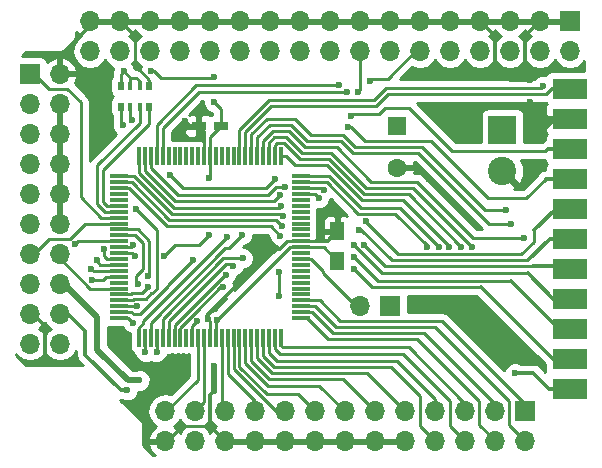
<source format=gtl>
G04 #@! TF.FileFunction,Copper,L1,Top,Signal*
%FSLAX46Y46*%
G04 Gerber Fmt 4.6, Leading zero omitted, Abs format (unit mm)*
G04 Created by KiCad (PCBNEW 4.0.6) date Mon Aug 28 16:48:00 2017*
%MOMM*%
%LPD*%
G01*
G04 APERTURE LIST*
%ADD10C,0.100000*%
%ADD11C,2.400000*%
%ADD12R,2.400000X2.400000*%
%ADD13R,3.000000X1.700000*%
%ADD14R,1.250000X1.500000*%
%ADD15R,1.200000X0.750000*%
%ADD16R,1.600000X1.600000*%
%ADD17C,1.600000*%
%ADD18R,1.700000X1.700000*%
%ADD19O,1.700000X1.700000*%
%ADD20R,1.500000X0.300000*%
%ADD21R,0.300000X1.500000*%
%ADD22R,0.500000X0.800000*%
%ADD23R,0.400000X0.800000*%
%ADD24C,0.600000*%
%ADD25C,0.325000*%
%ADD26C,0.250000*%
%ADD27C,0.400000*%
%ADD28C,0.500000*%
%ADD29C,0.254000*%
G04 APERTURE END LIST*
D10*
D11*
X172085000Y-108585000D03*
D12*
X172085000Y-105085000D03*
D13*
X177800000Y-101600000D03*
X177800000Y-104140000D03*
X177800000Y-106680000D03*
X177800000Y-109220000D03*
X177800000Y-111760000D03*
X177800000Y-114300000D03*
X177800000Y-116840000D03*
X177800000Y-119380000D03*
X177800000Y-121920000D03*
X177800000Y-124460000D03*
X177800000Y-127000000D03*
D14*
X158115000Y-116185000D03*
X158115000Y-113685000D03*
D15*
X148270000Y-104775000D03*
X146370000Y-104775000D03*
D16*
X163195000Y-104775000D03*
D17*
X163195000Y-108275000D03*
D18*
X132080000Y-100330000D03*
D19*
X134620000Y-100330000D03*
X132080000Y-102870000D03*
X134620000Y-102870000D03*
X132080000Y-105410000D03*
X134620000Y-105410000D03*
X132080000Y-107950000D03*
X134620000Y-107950000D03*
X132080000Y-110490000D03*
X134620000Y-110490000D03*
X132080000Y-113030000D03*
X134620000Y-113030000D03*
X132080000Y-115570000D03*
X134620000Y-115570000D03*
X132080000Y-118110000D03*
X134620000Y-118110000D03*
X132080000Y-120650000D03*
X134620000Y-120650000D03*
X132080000Y-123190000D03*
X134620000Y-123190000D03*
D18*
X177800000Y-95885000D03*
D19*
X177800000Y-98425000D03*
X175260000Y-95885000D03*
X175260000Y-98425000D03*
X172720000Y-95885000D03*
X172720000Y-98425000D03*
X170180000Y-95885000D03*
X170180000Y-98425000D03*
X167640000Y-95885000D03*
X167640000Y-98425000D03*
X165100000Y-95885000D03*
X165100000Y-98425000D03*
X162560000Y-95885000D03*
X162560000Y-98425000D03*
X160020000Y-95885000D03*
X160020000Y-98425000D03*
X157480000Y-95885000D03*
X157480000Y-98425000D03*
X154940000Y-95885000D03*
X154940000Y-98425000D03*
X152400000Y-95885000D03*
X152400000Y-98425000D03*
X149860000Y-95885000D03*
X149860000Y-98425000D03*
X147320000Y-95885000D03*
X147320000Y-98425000D03*
X144780000Y-95885000D03*
X144780000Y-98425000D03*
X142240000Y-95885000D03*
X142240000Y-98425000D03*
X139700000Y-95885000D03*
X139700000Y-98425000D03*
X137160000Y-95885000D03*
X137160000Y-98425000D03*
D18*
X162560000Y-120015000D03*
D19*
X160020000Y-120015000D03*
D20*
X139620000Y-109015000D03*
X139620000Y-109515000D03*
X139620000Y-110015000D03*
X139620000Y-110515000D03*
X139620000Y-111015000D03*
X139620000Y-111515000D03*
X139620000Y-112015000D03*
X139620000Y-112515000D03*
X139620000Y-113015000D03*
X139620000Y-113515000D03*
X139620000Y-114015000D03*
X139620000Y-114515000D03*
X139620000Y-115015000D03*
X139620000Y-115515000D03*
X139620000Y-116015000D03*
X139620000Y-116515000D03*
X139620000Y-117015000D03*
X139620000Y-117515000D03*
X139620000Y-118015000D03*
X139620000Y-118515000D03*
X139620000Y-119015000D03*
X139620000Y-119515000D03*
X139620000Y-120015000D03*
X139620000Y-120515000D03*
X139620000Y-121015000D03*
D21*
X141320000Y-122715000D03*
X141820000Y-122715000D03*
X142320000Y-122715000D03*
X142820000Y-122715000D03*
X143320000Y-122715000D03*
X143820000Y-122715000D03*
X144320000Y-122715000D03*
X144820000Y-122715000D03*
X145320000Y-122715000D03*
X145820000Y-122715000D03*
X146320000Y-122715000D03*
X146820000Y-122715000D03*
X147320000Y-122715000D03*
X147820000Y-122715000D03*
X148320000Y-122715000D03*
X148820000Y-122715000D03*
X149320000Y-122715000D03*
X149820000Y-122715000D03*
X150320000Y-122715000D03*
X150820000Y-122715000D03*
X151320000Y-122715000D03*
X151820000Y-122715000D03*
X152320000Y-122715000D03*
X152820000Y-122715000D03*
X153320000Y-122715000D03*
D20*
X155020000Y-121015000D03*
X155020000Y-120515000D03*
X155020000Y-120015000D03*
X155020000Y-119515000D03*
X155020000Y-119015000D03*
X155020000Y-118515000D03*
X155020000Y-118015000D03*
X155020000Y-117515000D03*
X155020000Y-117015000D03*
X155020000Y-116515000D03*
X155020000Y-116015000D03*
X155020000Y-115515000D03*
X155020000Y-115015000D03*
X155020000Y-114515000D03*
X155020000Y-114015000D03*
X155020000Y-113515000D03*
X155020000Y-113015000D03*
X155020000Y-112515000D03*
X155020000Y-112015000D03*
X155020000Y-111515000D03*
X155020000Y-111015000D03*
X155020000Y-110515000D03*
X155020000Y-110015000D03*
X155020000Y-109515000D03*
X155020000Y-109015000D03*
D21*
X153320000Y-107315000D03*
X152820000Y-107315000D03*
X152320000Y-107315000D03*
X151820000Y-107315000D03*
X151320000Y-107315000D03*
X150820000Y-107315000D03*
X150320000Y-107315000D03*
X149820000Y-107315000D03*
X149320000Y-107315000D03*
X148820000Y-107315000D03*
X148320000Y-107315000D03*
X147820000Y-107315000D03*
X147320000Y-107315000D03*
X146820000Y-107315000D03*
X146320000Y-107315000D03*
X145820000Y-107315000D03*
X145320000Y-107315000D03*
X144820000Y-107315000D03*
X144320000Y-107315000D03*
X143820000Y-107315000D03*
X143320000Y-107315000D03*
X142820000Y-107315000D03*
X142320000Y-107315000D03*
X141820000Y-107315000D03*
X141320000Y-107315000D03*
D18*
X173990000Y-128905000D03*
D19*
X173990000Y-131445000D03*
X171450000Y-128905000D03*
X171450000Y-131445000D03*
X168910000Y-128905000D03*
X168910000Y-131445000D03*
X166370000Y-128905000D03*
X166370000Y-131445000D03*
X163830000Y-128905000D03*
X163830000Y-131445000D03*
X161290000Y-128905000D03*
X161290000Y-131445000D03*
X158750000Y-128905000D03*
X158750000Y-131445000D03*
X156210000Y-128905000D03*
X156210000Y-131445000D03*
X153670000Y-128905000D03*
X153670000Y-131445000D03*
X151130000Y-128905000D03*
X151130000Y-131445000D03*
X148590000Y-128905000D03*
X148590000Y-131445000D03*
X146050000Y-128905000D03*
X146050000Y-131445000D03*
X143510000Y-128905000D03*
X143510000Y-131445000D03*
D22*
X139770000Y-103135000D03*
D23*
X141370000Y-103135000D03*
X140570000Y-103135000D03*
D22*
X142170000Y-103135000D03*
D23*
X140570000Y-101335000D03*
D22*
X139770000Y-101335000D03*
D23*
X141370000Y-101335000D03*
D22*
X142170000Y-101335000D03*
D24*
X140017500Y-100076000D03*
X147701000Y-100647500D03*
X147256500Y-113982500D03*
X140335000Y-127127000D03*
X143446500Y-115760500D03*
X142367000Y-100076000D03*
X147701000Y-102743000D03*
X147256500Y-109156500D03*
X147955000Y-121221500D03*
X140970000Y-115760500D03*
X174434500Y-100901500D03*
X174434500Y-102743000D03*
X165862000Y-109220000D03*
X175062000Y-105735000D03*
X147637500Y-127190500D03*
X164528500Y-120459500D03*
X166624000Y-120459500D03*
X133921500Y-124904500D03*
X147637500Y-125095000D03*
X145224500Y-104330500D03*
X147129500Y-121094500D03*
X140843000Y-114871500D03*
X141351000Y-126301500D03*
X173164500Y-125666500D03*
X138366500Y-115189000D03*
X137731500Y-116078000D03*
X137287000Y-116840000D03*
X137350500Y-117792500D03*
X135890000Y-114744500D03*
X142113000Y-117475000D03*
X141224000Y-118110000D03*
X172402500Y-111887000D03*
X172847000Y-113030000D03*
X173926500Y-114236500D03*
X169545000Y-114998500D03*
X168592500Y-114998500D03*
X167576500Y-114998500D03*
X166687500Y-114998500D03*
X165671500Y-114998500D03*
X158940500Y-101854000D03*
X159258000Y-103886000D03*
X159004000Y-104838500D03*
X158242000Y-101282500D03*
X160528000Y-112839500D03*
X153670000Y-109918500D03*
X159956500Y-113538000D03*
X153225500Y-110617000D03*
X160401000Y-114871500D03*
X153352500Y-111569500D03*
X159512000Y-114871500D03*
X153543000Y-112395000D03*
X159512000Y-115824000D03*
X153416000Y-113220500D03*
X159512000Y-116840000D03*
X153289000Y-114046000D03*
X175514000Y-101346000D03*
X148463000Y-118427500D03*
X148653500Y-117348000D03*
X149288500Y-116586000D03*
X160909000Y-100965000D03*
X156527500Y-110871000D03*
X150114000Y-115951000D03*
X159829500Y-101854000D03*
X156972000Y-110172500D03*
X142811500Y-123888500D03*
X150050500Y-113982500D03*
X141859000Y-123888500D03*
X148780500Y-114173000D03*
X140779500Y-121412000D03*
X145923000Y-116078000D03*
X141160500Y-120015000D03*
X141033500Y-111823500D03*
X142113000Y-118364000D03*
X152844500Y-109220000D03*
X140716000Y-104267000D03*
X143954500Y-108902500D03*
X153162000Y-117094000D03*
X153162000Y-119126000D03*
X139954000Y-104711500D03*
X146240500Y-121285000D03*
D25*
X140335000Y-127127000D02*
X139763500Y-127127000D01*
X139763500Y-127127000D02*
X136779000Y-124142500D01*
X136779000Y-124142500D02*
X136779000Y-122110500D01*
X136779000Y-122110500D02*
X135318500Y-120650000D01*
X135318500Y-120650000D02*
X134620000Y-120650000D01*
D26*
X140017500Y-100076000D02*
X140017500Y-100139500D01*
X140017500Y-100139500D02*
X140589000Y-100711000D01*
X140017500Y-100076000D02*
X139770000Y-100323500D01*
X139770000Y-100323500D02*
X139770000Y-101335000D01*
X147701000Y-100647500D02*
X147637500Y-100711000D01*
X147637500Y-100711000D02*
X143192500Y-100711000D01*
X143192500Y-100711000D02*
X142557500Y-100076000D01*
X142557500Y-100076000D02*
X142367000Y-100076000D01*
X147256500Y-113982500D02*
X146431000Y-114808000D01*
X146431000Y-114808000D02*
X144399000Y-114808000D01*
X144399000Y-114808000D02*
X143446500Y-115760500D01*
X140589000Y-100711000D02*
X141097000Y-100711000D01*
X141097000Y-100711000D02*
X141370000Y-100984000D01*
X141370000Y-100984000D02*
X141370000Y-101335000D01*
X140570000Y-101335000D02*
X140570000Y-100730000D01*
X140570000Y-100730000D02*
X140589000Y-100711000D01*
X148270000Y-104775000D02*
X148270000Y-103312000D01*
X148270000Y-103312000D02*
X147701000Y-102743000D01*
X147256500Y-109156500D02*
X147320000Y-109093000D01*
X147320000Y-109093000D02*
X147320000Y-107315000D01*
X154098000Y-115015000D02*
X147955000Y-121158000D01*
X147955000Y-121158000D02*
X147955000Y-121221500D01*
X155020000Y-115015000D02*
X154098000Y-115015000D01*
X147820000Y-122715000D02*
X147820000Y-121356500D01*
X147820000Y-121356500D02*
X147955000Y-121221500D01*
X147320000Y-107315000D02*
X147320000Y-105725000D01*
X147320000Y-105725000D02*
X148270000Y-104775000D01*
X139620000Y-115515000D02*
X140724500Y-115515000D01*
X140724500Y-115515000D02*
X140970000Y-115760500D01*
X155020000Y-115015000D02*
X156945000Y-115015000D01*
X156945000Y-115015000D02*
X158115000Y-116185000D01*
X146820000Y-106100500D02*
X146820000Y-107315000D01*
D25*
X146820000Y-105225000D02*
X146820000Y-106100500D01*
D26*
X156298000Y-114515000D02*
X155020000Y-114515000D01*
D25*
X157285000Y-114515000D02*
X156298000Y-114515000D01*
X146820000Y-105225000D02*
X146370000Y-104775000D01*
X157285000Y-114515000D02*
X158115000Y-113685000D01*
D27*
X176403000Y-104140000D02*
X175958500Y-104584500D01*
X175958500Y-104584500D02*
X175062000Y-105481000D01*
D28*
X174434500Y-103060500D02*
X175958500Y-104584500D01*
X174434500Y-102743000D02*
X174434500Y-103060500D01*
D25*
X171450000Y-99631500D02*
X171450000Y-97155000D01*
X171450000Y-97155000D02*
X170180000Y-95885000D01*
X172720000Y-100901500D02*
X171450000Y-99631500D01*
X174434500Y-100901500D02*
X172720000Y-100901500D01*
X174434500Y-100901500D02*
X174434500Y-99695000D01*
X174434500Y-99695000D02*
X173990000Y-99250500D01*
X173990000Y-97155000D02*
X175260000Y-95885000D01*
X173990000Y-99250500D02*
X173990000Y-97155000D01*
X177800000Y-104140000D02*
X175831500Y-104140000D01*
D27*
X177800000Y-104140000D02*
X176403000Y-104140000D01*
X175062000Y-105481000D02*
X175062000Y-105735000D01*
D25*
X147129500Y-121094500D02*
X147129500Y-120713500D01*
X147129500Y-120713500D02*
X148590000Y-119253000D01*
X148590000Y-119253000D02*
X152654000Y-115189000D01*
X134620000Y-98869500D02*
X137160000Y-96329500D01*
X137160000Y-96329500D02*
X137160000Y-95885000D01*
X134620000Y-100330000D02*
X134620000Y-98869500D01*
X147320000Y-130175000D02*
X147320000Y-127508000D01*
X147320000Y-127508000D02*
X147637500Y-127190500D01*
D28*
X165862000Y-109220000D02*
X164917000Y-108275000D01*
X164917000Y-108275000D02*
X163195000Y-108275000D01*
D26*
X142170000Y-101335000D02*
X142170000Y-100831500D01*
X142170000Y-100831500D02*
X140970000Y-99631500D01*
X140970000Y-99631500D02*
X140970000Y-97155000D01*
X140970000Y-97155000D02*
X139700000Y-95885000D01*
D28*
X147637500Y-125095000D02*
X147637500Y-127190500D01*
D25*
X166624000Y-120459500D02*
X164528500Y-120459500D01*
X133350000Y-121666000D02*
X133350000Y-124333000D01*
X133350000Y-124333000D02*
X133921500Y-124904500D01*
X132334000Y-120650000D02*
X133350000Y-121666000D01*
X132080000Y-120650000D02*
X132334000Y-120650000D01*
D26*
X146370000Y-104775000D02*
X145669000Y-104775000D01*
X145669000Y-104775000D02*
X145224500Y-104330500D01*
X153162000Y-115189000D02*
X153836000Y-114515000D01*
X153836000Y-114515000D02*
X155020000Y-114515000D01*
X152654000Y-115189000D02*
X153162000Y-115189000D01*
X161290000Y-131445000D02*
X163830000Y-131445000D01*
X158750000Y-131445000D02*
X161290000Y-131445000D01*
X156210000Y-131445000D02*
X158750000Y-131445000D01*
X153670000Y-131445000D02*
X156210000Y-131445000D01*
X151130000Y-131445000D02*
X153670000Y-131445000D01*
X148590000Y-131445000D02*
X151130000Y-131445000D01*
X144970500Y-130175000D02*
X147320000Y-130175000D01*
X147320000Y-130175000D02*
X148590000Y-131445000D01*
X143700500Y-131445000D02*
X144970500Y-130175000D01*
X143510000Y-131445000D02*
X143700500Y-131445000D01*
X147320000Y-122715000D02*
X147320000Y-121285000D01*
X147320000Y-121285000D02*
X147129500Y-121094500D01*
D28*
X134620000Y-105410000D02*
X134620000Y-102870000D01*
X134620000Y-107950000D02*
X134620000Y-105410000D01*
X134620000Y-110490000D02*
X134620000Y-107950000D01*
X134620000Y-113030000D02*
X134620000Y-110490000D01*
D26*
X139620000Y-115015000D02*
X140699500Y-115015000D01*
X140699500Y-115015000D02*
X140843000Y-114871500D01*
D25*
X173164500Y-125666500D02*
X174688500Y-125666500D01*
X176022000Y-127000000D02*
X177800000Y-127000000D01*
X174688500Y-125666500D02*
X176022000Y-127000000D01*
D28*
X141351000Y-126301500D02*
X140398500Y-126301500D01*
X140398500Y-126301500D02*
X137795000Y-123698000D01*
X137795000Y-123698000D02*
X137795000Y-120967500D01*
X137795000Y-120967500D02*
X134937500Y-118110000D01*
X134937500Y-118110000D02*
X134620000Y-118110000D01*
D25*
X176403000Y-127000000D02*
X177800000Y-127000000D01*
D26*
X132080000Y-100330000D02*
X132397500Y-100330000D01*
X132397500Y-100330000D02*
X133667500Y-101600000D01*
X133667500Y-101600000D02*
X135255000Y-101600000D01*
X135255000Y-101600000D02*
X136398000Y-102743000D01*
X136398000Y-102743000D02*
X136398000Y-110807500D01*
X136398000Y-110807500D02*
X138105500Y-112515000D01*
X138105500Y-112515000D02*
X139620000Y-112515000D01*
X138621000Y-116015000D02*
X138366500Y-115760500D01*
X138366500Y-115760500D02*
X138366500Y-115189000D01*
X139620000Y-116015000D02*
X138621000Y-116015000D01*
X137731500Y-116205000D02*
X138041500Y-116515000D01*
X138041500Y-116515000D02*
X139620000Y-116515000D01*
X137731500Y-116078000D02*
X137731500Y-116205000D01*
X137287000Y-116840000D02*
X137462000Y-117015000D01*
X137462000Y-117015000D02*
X139620000Y-117015000D01*
X137350500Y-117792500D02*
X138239500Y-117792500D01*
X138239500Y-117792500D02*
X138517000Y-117515000D01*
X138517000Y-117515000D02*
X139620000Y-117515000D01*
X135890000Y-114744500D02*
X136119500Y-114515000D01*
X136119500Y-114515000D02*
X139620000Y-114515000D01*
X132080000Y-115570000D02*
X132461000Y-115570000D01*
X132461000Y-115570000D02*
X133731000Y-114300000D01*
X133731000Y-114300000D02*
X135445500Y-114300000D01*
X135445500Y-114300000D02*
X136730500Y-113015000D01*
X136730500Y-113015000D02*
X139620000Y-113015000D01*
X139620000Y-118515000D02*
X137184000Y-118515000D01*
X137184000Y-118515000D02*
X134620000Y-115951000D01*
X134620000Y-115951000D02*
X134620000Y-115570000D01*
X142113000Y-117475000D02*
X142176500Y-117411500D01*
X142176500Y-117411500D02*
X142176500Y-114490500D01*
X142176500Y-114490500D02*
X141201000Y-113515000D01*
X141201000Y-113515000D02*
X139620000Y-113515000D01*
X141224000Y-118110000D02*
X141097000Y-117983000D01*
X141097000Y-117983000D02*
X141097000Y-117475000D01*
X141097000Y-117475000D02*
X141668500Y-116903500D01*
X141668500Y-116903500D02*
X141668500Y-114681000D01*
X141668500Y-114681000D02*
X141002500Y-114015000D01*
X141002500Y-114015000D02*
X139620000Y-114015000D01*
X172402500Y-111887000D02*
X170624500Y-111887000D01*
X170624500Y-111887000D02*
X165290500Y-106553000D01*
X165290500Y-106553000D02*
X159639000Y-106553000D01*
X159639000Y-106553000D02*
X158623000Y-105537000D01*
X158623000Y-105537000D02*
X155892500Y-105537000D01*
X155892500Y-105537000D02*
X154495500Y-104140000D01*
X154495500Y-104140000D02*
X152146000Y-104140000D01*
X152146000Y-104140000D02*
X150820000Y-105466000D01*
X150820000Y-105466000D02*
X150820000Y-107315000D01*
X172847000Y-113030000D02*
X170942000Y-113030000D01*
X170942000Y-113030000D02*
X164973000Y-107061000D01*
X164973000Y-107061000D02*
X159448500Y-107061000D01*
X159448500Y-107061000D02*
X158432500Y-106045000D01*
X158432500Y-106045000D02*
X155575000Y-106045000D01*
X155575000Y-106045000D02*
X154178000Y-104648000D01*
X154178000Y-104648000D02*
X152400000Y-104648000D01*
X152400000Y-104648000D02*
X151320000Y-105728000D01*
X151320000Y-105728000D02*
X151320000Y-107315000D01*
X151820000Y-107315000D02*
X151820000Y-105990000D01*
X151820000Y-105990000D02*
X152654000Y-105156000D01*
X152654000Y-105156000D02*
X153987500Y-105156000D01*
X153987500Y-105156000D02*
X155384500Y-106553000D01*
X155384500Y-106553000D02*
X158051500Y-106553000D01*
X158051500Y-106553000D02*
X160972500Y-109474000D01*
X160972500Y-109474000D02*
X164846000Y-109474000D01*
X164846000Y-109474000D02*
X169608500Y-114236500D01*
X169608500Y-114236500D02*
X173926500Y-114236500D01*
X164528500Y-109982000D02*
X160528000Y-109982000D01*
X169545000Y-114998500D02*
X164528500Y-109982000D01*
X160528000Y-109982000D02*
X157607000Y-107061000D01*
X152781000Y-105727500D02*
X152320000Y-106188500D01*
X157607000Y-107061000D02*
X155130500Y-107061000D01*
X155130500Y-107061000D02*
X153797000Y-105727500D01*
X152320000Y-106188500D02*
X152320000Y-107315000D01*
X153797000Y-105727500D02*
X152781000Y-105727500D01*
X152820000Y-106387000D02*
X152820000Y-107315000D01*
X168592500Y-114998500D02*
X164147500Y-110553500D01*
X164147500Y-110553500D02*
X160401000Y-110553500D01*
X160401000Y-110553500D02*
X157416500Y-107569000D01*
X157416500Y-107569000D02*
X154940000Y-107569000D01*
X154940000Y-107569000D02*
X153606500Y-106235500D01*
X153606500Y-106235500D02*
X152971500Y-106235500D01*
X152971500Y-106235500D02*
X152820000Y-106387000D01*
X167576500Y-114998500D02*
X167576500Y-114935000D01*
X167576500Y-114935000D02*
X163703000Y-111061500D01*
X163703000Y-111061500D02*
X160210500Y-111061500D01*
X160210500Y-111061500D02*
X157226000Y-108077000D01*
X154495500Y-108077000D02*
X153733500Y-107315000D01*
X157226000Y-108077000D02*
X154495500Y-108077000D01*
X153733500Y-107315000D02*
X153320000Y-107315000D01*
X166687500Y-114998500D02*
X163385500Y-111696500D01*
X163385500Y-111696500D02*
X160083500Y-111696500D01*
X160083500Y-111696500D02*
X157402000Y-109015000D01*
X157402000Y-109015000D02*
X155020000Y-109015000D01*
X165671500Y-114998500D02*
X165671500Y-114871500D01*
X165671500Y-114871500D02*
X163004500Y-112204500D01*
X163004500Y-112204500D02*
X159893000Y-112204500D01*
X159893000Y-112204500D02*
X157203500Y-109515000D01*
X157203500Y-109515000D02*
X156613500Y-109515000D01*
X156613500Y-109515000D02*
X155020000Y-109515000D01*
X158940500Y-101854000D02*
X158877000Y-101917500D01*
X158877000Y-101917500D02*
X146367500Y-101917500D01*
X146367500Y-101917500D02*
X143319500Y-104965500D01*
X143319500Y-104965500D02*
X143319500Y-106044000D01*
X143319500Y-106044000D02*
X143320000Y-106044500D01*
X143320000Y-106044500D02*
X143320000Y-107315000D01*
X159258000Y-103886000D02*
X159385000Y-103759000D01*
X159385000Y-103759000D02*
X161607500Y-103759000D01*
X167830500Y-106870500D02*
X175768000Y-106870500D01*
X161607500Y-103759000D02*
X162115500Y-103251000D01*
X164211000Y-103251000D02*
X167830500Y-106870500D01*
X162115500Y-103251000D02*
X164211000Y-103251000D01*
D25*
X175768000Y-106870500D02*
X175958500Y-106680000D01*
X175958500Y-106680000D02*
X177800000Y-106680000D01*
D26*
X159004000Y-104838500D02*
X159258000Y-104838500D01*
X159258000Y-104838500D02*
X160464500Y-106045000D01*
X160464500Y-106045000D02*
X166052500Y-106045000D01*
X166052500Y-106045000D02*
X170878500Y-110871000D01*
X170878500Y-110871000D02*
X174117000Y-110871000D01*
X174117000Y-110871000D02*
X175768000Y-109220000D01*
D25*
X175768000Y-109220000D02*
X177800000Y-109220000D01*
D26*
X158242000Y-101282500D02*
X146177000Y-101282500D01*
X146177000Y-101282500D02*
X142820000Y-104639500D01*
X142820000Y-104639500D02*
X142820000Y-107315000D01*
X160528000Y-112839500D02*
X160528000Y-112903000D01*
X160528000Y-112903000D02*
X163258500Y-115633500D01*
X163258500Y-115633500D02*
X173672500Y-115633500D01*
X174752000Y-114554000D02*
X174752000Y-113601500D01*
X173672500Y-115633500D02*
X174752000Y-114554000D01*
D25*
X174752000Y-113601500D02*
X176593500Y-111760000D01*
D26*
X176593500Y-111760000D02*
X177800000Y-111760000D01*
X177101500Y-112458500D02*
X177800000Y-111760000D01*
X142320000Y-107315000D02*
X142320000Y-108347500D01*
X142320000Y-108347500D02*
X144589500Y-110617000D01*
X144589500Y-110617000D02*
X152209500Y-110617000D01*
X152209500Y-110617000D02*
X152908000Y-109918500D01*
X152908000Y-109918500D02*
X153670000Y-109918500D01*
X159956500Y-113538000D02*
X160147000Y-113538000D01*
X160147000Y-113538000D02*
X162750500Y-116141500D01*
X162750500Y-116141500D02*
X174244000Y-116141500D01*
D25*
X174244000Y-116141500D02*
X176085500Y-114300000D01*
X176085500Y-114300000D02*
X177800000Y-114300000D01*
D26*
X141820000Y-107315000D02*
X141820000Y-108546000D01*
X141820000Y-108546000D02*
X144399000Y-111125000D01*
X144399000Y-111125000D02*
X152717500Y-111125000D01*
X152717500Y-111125000D02*
X153225500Y-110617000D01*
D25*
X174688500Y-116649500D02*
X177609500Y-116649500D01*
D26*
X162179000Y-116649500D02*
X174688500Y-116649500D01*
X160401000Y-114871500D02*
X162179000Y-116649500D01*
X177609500Y-116649500D02*
X177800000Y-116840000D01*
X141320000Y-107315000D02*
X141320000Y-108744500D01*
X141320000Y-108744500D02*
X144272000Y-111696500D01*
X144272000Y-111696500D02*
X153225500Y-111696500D01*
X153225500Y-111696500D02*
X153352500Y-111569500D01*
X159512000Y-114871500D02*
X161861500Y-117221000D01*
X161861500Y-117221000D02*
X174244000Y-117221000D01*
D25*
X174244000Y-117221000D02*
X176403000Y-119380000D01*
D26*
X176403000Y-119380000D02*
X177800000Y-119380000D01*
X139620000Y-109015000D02*
X140892000Y-109015000D01*
X140892000Y-109015000D02*
X144081500Y-112204500D01*
X144081500Y-112204500D02*
X153352500Y-112204500D01*
X153352500Y-112204500D02*
X153543000Y-112395000D01*
X159512000Y-115824000D02*
X161544000Y-117856000D01*
X161544000Y-117856000D02*
X172783500Y-117856000D01*
D25*
X172783500Y-117856000D02*
X176847500Y-121920000D01*
D26*
X176847500Y-121920000D02*
X177800000Y-121920000D01*
X139620000Y-109515000D02*
X140693500Y-109515000D01*
X140693500Y-109515000D02*
X143891000Y-112712500D01*
X143891000Y-112712500D02*
X152908000Y-112712500D01*
X152908000Y-112712500D02*
X153416000Y-113220500D01*
X159512000Y-116840000D02*
X161036000Y-118364000D01*
X161036000Y-118364000D02*
X170243500Y-118364000D01*
D25*
X170243500Y-118364000D02*
X176339500Y-124460000D01*
D26*
X176339500Y-124460000D02*
X177800000Y-124460000D01*
X139620000Y-110015000D02*
X140495000Y-110015000D01*
X152463500Y-113220500D02*
X153289000Y-114046000D01*
X140495000Y-110015000D02*
X143700500Y-113220500D01*
X143700500Y-113220500D02*
X152463500Y-113220500D01*
X150320000Y-107315000D02*
X150320000Y-105267500D01*
X150320000Y-105267500D02*
X152527000Y-103060500D01*
X152527000Y-103060500D02*
X161417000Y-103060500D01*
X162433000Y-102044500D02*
X175831500Y-102044500D01*
X161417000Y-103060500D02*
X162433000Y-102044500D01*
D25*
X175831500Y-102044500D02*
X176276000Y-101600000D01*
D26*
X176276000Y-101600000D02*
X177800000Y-101600000D01*
X175514000Y-101346000D02*
X175323500Y-101536500D01*
X175323500Y-101536500D02*
X162242500Y-101536500D01*
X162242500Y-101536500D02*
X161226500Y-102552500D01*
X161226500Y-102552500D02*
X152336500Y-102552500D01*
X152336500Y-102552500D02*
X149820000Y-105069000D01*
X149820000Y-105069000D02*
X149820000Y-107315000D01*
X148463000Y-118427500D02*
X148209000Y-118427500D01*
X148209000Y-118427500D02*
X146240500Y-120396000D01*
X144820000Y-122715000D02*
X144820000Y-121816500D01*
X144820000Y-121816500D02*
X146240500Y-120396000D01*
X148653500Y-117348000D02*
X148590000Y-117348000D01*
X148590000Y-117348000D02*
X146113500Y-119824500D01*
X144320000Y-122715000D02*
X144320000Y-121618000D01*
X144320000Y-121618000D02*
X146113500Y-119824500D01*
X143820000Y-121292500D02*
X143820000Y-122715000D01*
X149288500Y-116586000D02*
X149161500Y-116459000D01*
X149161500Y-116459000D02*
X148653500Y-116459000D01*
X148653500Y-116459000D02*
X143820000Y-121292500D01*
X160909000Y-100965000D02*
X161099500Y-100774500D01*
X161099500Y-100774500D02*
X162369500Y-100774500D01*
X162369500Y-100774500D02*
X164719000Y-98425000D01*
X164719000Y-98425000D02*
X165100000Y-98425000D01*
X156527500Y-110871000D02*
X156171500Y-110515000D01*
X156171500Y-110515000D02*
X155020000Y-110515000D01*
X150114000Y-115951000D02*
X148463000Y-115951000D01*
X148463000Y-115951000D02*
X143320000Y-121094000D01*
X143320000Y-121094000D02*
X143320000Y-121539500D01*
X143320000Y-121539500D02*
X143320000Y-122715000D01*
X159829500Y-101854000D02*
X160020000Y-101663500D01*
X160020000Y-101663500D02*
X160020000Y-98425000D01*
X156972000Y-110172500D02*
X156814500Y-110015000D01*
X156814500Y-110015000D02*
X155020000Y-110015000D01*
X142820000Y-122715000D02*
X142820000Y-123880000D01*
X142820000Y-123880000D02*
X142811500Y-123888500D01*
X150050500Y-113982500D02*
X148907500Y-115125500D01*
X148907500Y-115125500D02*
X148590000Y-115125500D01*
X148590000Y-115125500D02*
X142320000Y-121395500D01*
X142320000Y-121395500D02*
X142320000Y-122715000D01*
X141820000Y-122715000D02*
X141820000Y-123849500D01*
X141820000Y-123849500D02*
X141859000Y-123888500D01*
X148780500Y-114173000D02*
X141668500Y-121285000D01*
X141668500Y-121285000D02*
X141668500Y-121475500D01*
X141668500Y-121475500D02*
X141320000Y-121824000D01*
X141320000Y-121824000D02*
X141320000Y-122715000D01*
X140779500Y-121412000D02*
X140382500Y-121015000D01*
X140382500Y-121015000D02*
X139620000Y-121015000D01*
X145923000Y-116078000D02*
X143764000Y-118237000D01*
X143764000Y-118237000D02*
X143764000Y-118300500D01*
X143764000Y-118300500D02*
X141414500Y-120650000D01*
X141414500Y-120650000D02*
X140843000Y-120650000D01*
X140843000Y-120650000D02*
X140708000Y-120515000D01*
X140708000Y-120515000D02*
X139620000Y-120515000D01*
X139620000Y-120015000D02*
X141160500Y-120015000D01*
X141033500Y-111823500D02*
X142811500Y-113601500D01*
X142811500Y-113601500D02*
X142811500Y-118554500D01*
X142811500Y-118554500D02*
X142430500Y-118935500D01*
X140771500Y-119515000D02*
X139620000Y-119515000D01*
X142430500Y-118935500D02*
X142367000Y-118935500D01*
X142367000Y-118935500D02*
X141922500Y-119380000D01*
X141922500Y-119380000D02*
X140906500Y-119380000D01*
X140906500Y-119380000D02*
X140771500Y-119515000D01*
X139628000Y-119507000D02*
X139620000Y-119515000D01*
X140605000Y-119015000D02*
X139620000Y-119015000D01*
X140748000Y-118872000D02*
X140605000Y-119015000D01*
X142113000Y-118364000D02*
X141605000Y-118872000D01*
X141605000Y-118872000D02*
X140748000Y-118872000D01*
X173990000Y-128905000D02*
X173990000Y-128270000D01*
X173990000Y-128270000D02*
X167005000Y-121285000D01*
X167005000Y-121285000D02*
X158369000Y-121285000D01*
X158369000Y-121285000D02*
X156599000Y-119515000D01*
X156599000Y-119515000D02*
X155020000Y-119515000D01*
X165417500Y-122301000D02*
X171450000Y-128333500D01*
X171450000Y-128333500D02*
X171450000Y-128905000D01*
X157734000Y-122301000D02*
X165417500Y-122301000D01*
X155948000Y-120515000D02*
X157734000Y-122301000D01*
X155020000Y-120515000D02*
X155948000Y-120515000D01*
X168910000Y-128905000D02*
X168910000Y-128270000D01*
X168910000Y-128270000D02*
X164147500Y-123507500D01*
X164147500Y-123507500D02*
X153479500Y-123507500D01*
X153479500Y-123507500D02*
X153320000Y-123348000D01*
X153320000Y-123348000D02*
X153320000Y-122715000D01*
X152320000Y-122715000D02*
X152320000Y-123935500D01*
X152320000Y-123935500D02*
X153035000Y-124650500D01*
X153035000Y-124650500D02*
X163131500Y-124650500D01*
X163131500Y-124650500D02*
X166370000Y-127889000D01*
X166370000Y-127889000D02*
X166370000Y-128905000D01*
X151320000Y-122715000D02*
X151320000Y-124396000D01*
X151320000Y-124396000D02*
X152590500Y-125666500D01*
X152590500Y-125666500D02*
X160591500Y-125666500D01*
X160591500Y-125666500D02*
X163830000Y-128905000D01*
X150820000Y-122715000D02*
X150820000Y-124658000D01*
X150820000Y-124658000D02*
X152336500Y-126174500D01*
X152336500Y-126174500D02*
X158559500Y-126174500D01*
X158559500Y-126174500D02*
X161290000Y-128905000D01*
X150320000Y-122715000D02*
X150320000Y-124856500D01*
X150320000Y-124856500D02*
X152209500Y-126746000D01*
X152209500Y-126746000D02*
X156591000Y-126746000D01*
X156591000Y-126746000D02*
X158750000Y-128905000D01*
X149820000Y-122715000D02*
X149820000Y-125118500D01*
X149820000Y-125118500D02*
X152146000Y-127444500D01*
X152146000Y-127444500D02*
X154749500Y-127444500D01*
X154749500Y-127444500D02*
X156210000Y-128905000D01*
X149320000Y-122715000D02*
X149320000Y-125317000D01*
X149320000Y-125317000D02*
X152908000Y-128905000D01*
X152908000Y-128905000D02*
X153670000Y-128905000D01*
X151130000Y-128905000D02*
X151130000Y-128079500D01*
X151130000Y-128079500D02*
X148820000Y-125769500D01*
X148820000Y-125769500D02*
X148820000Y-122715000D01*
X148320000Y-122715000D02*
X148320000Y-128635000D01*
X148320000Y-128635000D02*
X148590000Y-128905000D01*
X146820000Y-122715000D02*
X146820000Y-128135000D01*
X146820000Y-128135000D02*
X146050000Y-128905000D01*
X143510000Y-128905000D02*
X143637000Y-128905000D01*
X143637000Y-128905000D02*
X146320000Y-126222000D01*
X146320000Y-126222000D02*
X146320000Y-122715000D01*
X172656500Y-128079500D02*
X172656500Y-130111500D01*
X172656500Y-130111500D02*
X173990000Y-131445000D01*
X166370000Y-121793000D02*
X172656500Y-128079500D01*
X157988000Y-121793000D02*
X166370000Y-121793000D01*
X156210000Y-120015000D02*
X157988000Y-121793000D01*
X155020000Y-120015000D02*
X156210000Y-120015000D01*
X171450000Y-131445000D02*
X171450000Y-131381500D01*
X171450000Y-131381500D02*
X170116500Y-130048000D01*
X170116500Y-130048000D02*
X170116500Y-128079500D01*
X170116500Y-128079500D02*
X164846000Y-122809000D01*
X164846000Y-122809000D02*
X157289500Y-122809000D01*
X157289500Y-122809000D02*
X155495500Y-121015000D01*
X155495500Y-121015000D02*
X155020000Y-121015000D01*
X152820000Y-122715000D02*
X152820000Y-123673500D01*
X152820000Y-123673500D02*
X153225500Y-124079000D01*
X153225500Y-124079000D02*
X163639500Y-124079000D01*
X163639500Y-124079000D02*
X167640000Y-128079500D01*
X167640000Y-128079500D02*
X167640000Y-130175000D01*
X167640000Y-130175000D02*
X168910000Y-131445000D01*
X151820000Y-122715000D02*
X151820000Y-124197500D01*
X151820000Y-124197500D02*
X152781000Y-125158500D01*
X152781000Y-125158500D02*
X162623500Y-125158500D01*
X162623500Y-125158500D02*
X165100000Y-127635000D01*
X165100000Y-127635000D02*
X165100000Y-130175000D01*
X165100000Y-130175000D02*
X166370000Y-131445000D01*
X140716000Y-104267000D02*
X140589000Y-104140000D01*
X140589000Y-104140000D02*
X140589000Y-103154000D01*
X140589000Y-103154000D02*
X140570000Y-103135000D01*
X152844500Y-109220000D02*
X152082500Y-109982000D01*
X152082500Y-109982000D02*
X145034000Y-109982000D01*
X145034000Y-109982000D02*
X143954500Y-108902500D01*
X153162000Y-119126000D02*
X153162000Y-117094000D01*
X160020000Y-120015000D02*
X159702500Y-120015000D01*
X159702500Y-120015000D02*
X156908500Y-117221000D01*
X156908500Y-117221000D02*
X156908500Y-117030500D01*
X156908500Y-117030500D02*
X155893000Y-116015000D01*
X155893000Y-116015000D02*
X155020000Y-116015000D01*
X139770000Y-103135000D02*
X139770000Y-104527500D01*
X139770000Y-104527500D02*
X139954000Y-104711500D01*
X145820000Y-122715000D02*
X145820000Y-121705500D01*
X145820000Y-121705500D02*
X146240500Y-121285000D01*
X139620000Y-112015000D02*
X138431000Y-112015000D01*
X138431000Y-112015000D02*
X137795000Y-111379000D01*
X137795000Y-111379000D02*
X137795000Y-108077000D01*
X137795000Y-108077000D02*
X141370000Y-104502000D01*
X141370000Y-104502000D02*
X141370000Y-103135000D01*
X138303000Y-108458000D02*
X142170000Y-104591000D01*
X142170000Y-104591000D02*
X142170000Y-103135000D01*
X138303000Y-111188500D02*
X138303000Y-108458000D01*
X138629500Y-111515000D02*
X138303000Y-111188500D01*
X139620000Y-111515000D02*
X138629500Y-111515000D01*
D29*
G36*
X138870000Y-121812440D02*
X139933287Y-121812440D01*
X139986383Y-121940943D01*
X140249173Y-122204192D01*
X140522560Y-122317713D01*
X140522560Y-123465000D01*
X140566838Y-123700317D01*
X140705910Y-123916441D01*
X140918110Y-124061431D01*
X140923848Y-124062593D01*
X140923838Y-124073667D01*
X141065883Y-124417443D01*
X141328673Y-124680692D01*
X141672201Y-124823338D01*
X142044167Y-124823662D01*
X142335543Y-124703268D01*
X142624701Y-124823338D01*
X142996667Y-124823662D01*
X143340443Y-124681617D01*
X143603692Y-124418827D01*
X143730916Y-124112440D01*
X143970000Y-124112440D01*
X144073671Y-124092933D01*
X144170000Y-124112440D01*
X144470000Y-124112440D01*
X144573671Y-124092933D01*
X144670000Y-124112440D01*
X144970000Y-124112440D01*
X145073671Y-124092933D01*
X145170000Y-124112440D01*
X145470000Y-124112440D01*
X145560000Y-124095505D01*
X145560000Y-125907198D01*
X143982337Y-127484861D01*
X143510000Y-127390907D01*
X142941715Y-127503946D01*
X142459946Y-127825853D01*
X142138039Y-128307622D01*
X142025000Y-128875907D01*
X142025000Y-128934093D01*
X142138039Y-129502378D01*
X142459946Y-129984147D01*
X142743101Y-130173345D01*
X142743076Y-130173355D01*
X142314817Y-130563642D01*
X142068514Y-131088108D01*
X142189181Y-131318000D01*
X143383000Y-131318000D01*
X143383000Y-131298000D01*
X143637000Y-131298000D01*
X143637000Y-131318000D01*
X143657000Y-131318000D01*
X143657000Y-131572000D01*
X143637000Y-131572000D01*
X143637000Y-131592000D01*
X143383000Y-131592000D01*
X143383000Y-131572000D01*
X142189181Y-131572000D01*
X142068514Y-131801892D01*
X142314817Y-132326358D01*
X142658974Y-132640000D01*
X142534092Y-132640000D01*
X141680000Y-131785908D01*
X141680000Y-130175000D01*
X141625954Y-129903295D01*
X141472046Y-129672954D01*
X139713683Y-127914591D01*
X139763500Y-127924500D01*
X139817456Y-127924500D01*
X140148201Y-128061838D01*
X140520167Y-128062162D01*
X140863943Y-127920117D01*
X141127192Y-127657327D01*
X141269838Y-127313799D01*
X141269905Y-127236430D01*
X141536167Y-127236662D01*
X141879943Y-127094617D01*
X142143192Y-126831827D01*
X142285838Y-126488299D01*
X142286162Y-126116333D01*
X142144117Y-125772557D01*
X141881327Y-125509308D01*
X141537799Y-125366662D01*
X141165833Y-125366338D01*
X141044431Y-125416500D01*
X140765079Y-125416500D01*
X138680000Y-123331420D01*
X138680000Y-121773964D01*
X138870000Y-121812440D01*
X138870000Y-121812440D01*
G37*
X138870000Y-121812440D02*
X139933287Y-121812440D01*
X139986383Y-121940943D01*
X140249173Y-122204192D01*
X140522560Y-122317713D01*
X140522560Y-123465000D01*
X140566838Y-123700317D01*
X140705910Y-123916441D01*
X140918110Y-124061431D01*
X140923848Y-124062593D01*
X140923838Y-124073667D01*
X141065883Y-124417443D01*
X141328673Y-124680692D01*
X141672201Y-124823338D01*
X142044167Y-124823662D01*
X142335543Y-124703268D01*
X142624701Y-124823338D01*
X142996667Y-124823662D01*
X143340443Y-124681617D01*
X143603692Y-124418827D01*
X143730916Y-124112440D01*
X143970000Y-124112440D01*
X144073671Y-124092933D01*
X144170000Y-124112440D01*
X144470000Y-124112440D01*
X144573671Y-124092933D01*
X144670000Y-124112440D01*
X144970000Y-124112440D01*
X145073671Y-124092933D01*
X145170000Y-124112440D01*
X145470000Y-124112440D01*
X145560000Y-124095505D01*
X145560000Y-125907198D01*
X143982337Y-127484861D01*
X143510000Y-127390907D01*
X142941715Y-127503946D01*
X142459946Y-127825853D01*
X142138039Y-128307622D01*
X142025000Y-128875907D01*
X142025000Y-128934093D01*
X142138039Y-129502378D01*
X142459946Y-129984147D01*
X142743101Y-130173345D01*
X142743076Y-130173355D01*
X142314817Y-130563642D01*
X142068514Y-131088108D01*
X142189181Y-131318000D01*
X143383000Y-131318000D01*
X143383000Y-131298000D01*
X143637000Y-131298000D01*
X143637000Y-131318000D01*
X143657000Y-131318000D01*
X143657000Y-131572000D01*
X143637000Y-131572000D01*
X143637000Y-131592000D01*
X143383000Y-131592000D01*
X143383000Y-131572000D01*
X142189181Y-131572000D01*
X142068514Y-131801892D01*
X142314817Y-132326358D01*
X142658974Y-132640000D01*
X142534092Y-132640000D01*
X141680000Y-131785908D01*
X141680000Y-130175000D01*
X141625954Y-129903295D01*
X141472046Y-129672954D01*
X139713683Y-127914591D01*
X139763500Y-127924500D01*
X139817456Y-127924500D01*
X140148201Y-128061838D01*
X140520167Y-128062162D01*
X140863943Y-127920117D01*
X141127192Y-127657327D01*
X141269838Y-127313799D01*
X141269905Y-127236430D01*
X141536167Y-127236662D01*
X141879943Y-127094617D01*
X142143192Y-126831827D01*
X142285838Y-126488299D01*
X142286162Y-126116333D01*
X142144117Y-125772557D01*
X141881327Y-125509308D01*
X141537799Y-125366662D01*
X141165833Y-125366338D01*
X141044431Y-125416500D01*
X140765079Y-125416500D01*
X138680000Y-123331420D01*
X138680000Y-121773964D01*
X138870000Y-121812440D01*
G36*
X148717000Y-131318000D02*
X151003000Y-131318000D01*
X151003000Y-131298000D01*
X151257000Y-131298000D01*
X151257000Y-131318000D01*
X153543000Y-131318000D01*
X153543000Y-131298000D01*
X153797000Y-131298000D01*
X153797000Y-131318000D01*
X156083000Y-131318000D01*
X156083000Y-131298000D01*
X156337000Y-131298000D01*
X156337000Y-131318000D01*
X158623000Y-131318000D01*
X158623000Y-131298000D01*
X158877000Y-131298000D01*
X158877000Y-131318000D01*
X161163000Y-131318000D01*
X161163000Y-131298000D01*
X161417000Y-131298000D01*
X161417000Y-131318000D01*
X163703000Y-131318000D01*
X163703000Y-131298000D01*
X163957000Y-131298000D01*
X163957000Y-131318000D01*
X163977000Y-131318000D01*
X163977000Y-131572000D01*
X163957000Y-131572000D01*
X163957000Y-131592000D01*
X163703000Y-131592000D01*
X163703000Y-131572000D01*
X161417000Y-131572000D01*
X161417000Y-131592000D01*
X161163000Y-131592000D01*
X161163000Y-131572000D01*
X158877000Y-131572000D01*
X158877000Y-131592000D01*
X158623000Y-131592000D01*
X158623000Y-131572000D01*
X156337000Y-131572000D01*
X156337000Y-131592000D01*
X156083000Y-131592000D01*
X156083000Y-131572000D01*
X153797000Y-131572000D01*
X153797000Y-131592000D01*
X153543000Y-131592000D01*
X153543000Y-131572000D01*
X151257000Y-131572000D01*
X151257000Y-131592000D01*
X151003000Y-131592000D01*
X151003000Y-131572000D01*
X148717000Y-131572000D01*
X148717000Y-131592000D01*
X148463000Y-131592000D01*
X148463000Y-131572000D01*
X148443000Y-131572000D01*
X148443000Y-131318000D01*
X148463000Y-131318000D01*
X148463000Y-131298000D01*
X148717000Y-131298000D01*
X148717000Y-131318000D01*
X148717000Y-131318000D01*
G37*
X148717000Y-131318000D02*
X151003000Y-131318000D01*
X151003000Y-131298000D01*
X151257000Y-131298000D01*
X151257000Y-131318000D01*
X153543000Y-131318000D01*
X153543000Y-131298000D01*
X153797000Y-131298000D01*
X153797000Y-131318000D01*
X156083000Y-131318000D01*
X156083000Y-131298000D01*
X156337000Y-131298000D01*
X156337000Y-131318000D01*
X158623000Y-131318000D01*
X158623000Y-131298000D01*
X158877000Y-131298000D01*
X158877000Y-131318000D01*
X161163000Y-131318000D01*
X161163000Y-131298000D01*
X161417000Y-131298000D01*
X161417000Y-131318000D01*
X163703000Y-131318000D01*
X163703000Y-131298000D01*
X163957000Y-131298000D01*
X163957000Y-131318000D01*
X163977000Y-131318000D01*
X163977000Y-131572000D01*
X163957000Y-131572000D01*
X163957000Y-131592000D01*
X163703000Y-131592000D01*
X163703000Y-131572000D01*
X161417000Y-131572000D01*
X161417000Y-131592000D01*
X161163000Y-131592000D01*
X161163000Y-131572000D01*
X158877000Y-131572000D01*
X158877000Y-131592000D01*
X158623000Y-131592000D01*
X158623000Y-131572000D01*
X156337000Y-131572000D01*
X156337000Y-131592000D01*
X156083000Y-131592000D01*
X156083000Y-131572000D01*
X153797000Y-131572000D01*
X153797000Y-131592000D01*
X153543000Y-131592000D01*
X153543000Y-131572000D01*
X151257000Y-131572000D01*
X151257000Y-131592000D01*
X151003000Y-131592000D01*
X151003000Y-131572000D01*
X148717000Y-131572000D01*
X148717000Y-131592000D01*
X148463000Y-131592000D01*
X148463000Y-131572000D01*
X148443000Y-131572000D01*
X148443000Y-131318000D01*
X148463000Y-131318000D01*
X148463000Y-131298000D01*
X148717000Y-131298000D01*
X148717000Y-131318000D01*
G36*
X144999946Y-129984147D02*
X145285578Y-130175000D01*
X144999946Y-130365853D01*
X144772298Y-130706553D01*
X144705183Y-130563642D01*
X144276924Y-130173355D01*
X144276899Y-130173345D01*
X144560054Y-129984147D01*
X144780000Y-129654974D01*
X144999946Y-129984147D01*
X144999946Y-129984147D01*
G37*
X144999946Y-129984147D02*
X145285578Y-130175000D01*
X144999946Y-130365853D01*
X144772298Y-130706553D01*
X144705183Y-130563642D01*
X144276924Y-130173355D01*
X144276899Y-130173345D01*
X144560054Y-129984147D01*
X144780000Y-129654974D01*
X144999946Y-129984147D01*
G36*
X147539946Y-129984147D02*
X147823101Y-130173345D01*
X147823076Y-130173355D01*
X147394817Y-130563642D01*
X147327702Y-130706553D01*
X147100054Y-130365853D01*
X146814422Y-130175000D01*
X147100054Y-129984147D01*
X147320000Y-129654974D01*
X147539946Y-129984147D01*
X147539946Y-129984147D01*
G37*
X147539946Y-129984147D02*
X147823101Y-130173345D01*
X147823076Y-130173355D01*
X147394817Y-130563642D01*
X147327702Y-130706553D01*
X147100054Y-130365853D01*
X146814422Y-130175000D01*
X147100054Y-129984147D01*
X147320000Y-129654974D01*
X147539946Y-129984147D01*
G36*
X175652560Y-124900896D02*
X175652560Y-125310000D01*
X175696838Y-125545317D01*
X175699879Y-125550043D01*
X175252418Y-125102582D01*
X174993690Y-124929706D01*
X174688500Y-124869000D01*
X173682044Y-124869000D01*
X173351299Y-124731662D01*
X172979333Y-124731338D01*
X172635557Y-124873383D01*
X172372308Y-125136173D01*
X172242819Y-125448017D01*
X167542401Y-120747599D01*
X167295839Y-120582852D01*
X167005000Y-120525000D01*
X164057440Y-120525000D01*
X164057440Y-119165000D01*
X164049725Y-119124000D01*
X169875664Y-119124000D01*
X175652560Y-124900896D01*
X175652560Y-124900896D01*
G37*
X175652560Y-124900896D02*
X175652560Y-125310000D01*
X175696838Y-125545317D01*
X175699879Y-125550043D01*
X175252418Y-125102582D01*
X174993690Y-124929706D01*
X174688500Y-124869000D01*
X173682044Y-124869000D01*
X173351299Y-124731662D01*
X172979333Y-124731338D01*
X172635557Y-124873383D01*
X172372308Y-125136173D01*
X172242819Y-125448017D01*
X167542401Y-120747599D01*
X167295839Y-120582852D01*
X167005000Y-120525000D01*
X164057440Y-120525000D01*
X164057440Y-119165000D01*
X164049725Y-119124000D01*
X169875664Y-119124000D01*
X175652560Y-124900896D01*
G36*
X135981500Y-124142500D02*
X136042206Y-124447690D01*
X136215082Y-124706418D01*
X136529574Y-125020910D01*
X136525000Y-125020000D01*
X131739092Y-125020000D01*
X130885000Y-124165908D01*
X130885000Y-124066667D01*
X131000853Y-124240054D01*
X131482622Y-124561961D01*
X132050907Y-124675000D01*
X132109093Y-124675000D01*
X132677378Y-124561961D01*
X133159147Y-124240054D01*
X133350000Y-123954422D01*
X133540853Y-124240054D01*
X134022622Y-124561961D01*
X134590907Y-124675000D01*
X134649093Y-124675000D01*
X135217378Y-124561961D01*
X135699147Y-124240054D01*
X135981500Y-123817482D01*
X135981500Y-124142500D01*
X135981500Y-124142500D01*
G37*
X135981500Y-124142500D02*
X136042206Y-124447690D01*
X136215082Y-124706418D01*
X136529574Y-125020910D01*
X136525000Y-125020000D01*
X131739092Y-125020000D01*
X130885000Y-124165908D01*
X130885000Y-124066667D01*
X131000853Y-124240054D01*
X131482622Y-124561961D01*
X132050907Y-124675000D01*
X132109093Y-124675000D01*
X132677378Y-124561961D01*
X133159147Y-124240054D01*
X133350000Y-123954422D01*
X133540853Y-124240054D01*
X134022622Y-124561961D01*
X134590907Y-124675000D01*
X134649093Y-124675000D01*
X135217378Y-124561961D01*
X135699147Y-124240054D01*
X135981500Y-123817482D01*
X135981500Y-124142500D01*
G36*
X133540853Y-121700054D02*
X133870026Y-121920000D01*
X133540853Y-122139946D01*
X133350000Y-122425578D01*
X133159147Y-122139946D01*
X132818447Y-121912298D01*
X132961358Y-121845183D01*
X133351645Y-121416924D01*
X133351655Y-121416899D01*
X133540853Y-121700054D01*
X133540853Y-121700054D01*
G37*
X133540853Y-121700054D02*
X133870026Y-121920000D01*
X133540853Y-122139946D01*
X133350000Y-122425578D01*
X133159147Y-122139946D01*
X132818447Y-121912298D01*
X132961358Y-121845183D01*
X133351645Y-121416924D01*
X133351655Y-121416899D01*
X133540853Y-121700054D01*
G36*
X147739205Y-120298993D02*
X147426057Y-120428383D01*
X147162808Y-120691173D01*
X147084615Y-120879482D01*
X147033617Y-120756057D01*
X146994465Y-120716837D01*
X148348901Y-119362401D01*
X148648167Y-119362662D01*
X148694807Y-119343391D01*
X147739205Y-120298993D01*
X147739205Y-120298993D01*
G37*
X147739205Y-120298993D02*
X147426057Y-120428383D01*
X147162808Y-120691173D01*
X147084615Y-120879482D01*
X147033617Y-120756057D01*
X146994465Y-120716837D01*
X148348901Y-119362401D01*
X148648167Y-119362662D01*
X148694807Y-119343391D01*
X147739205Y-120298993D01*
G36*
X132207000Y-120523000D02*
X132227000Y-120523000D01*
X132227000Y-120777000D01*
X132207000Y-120777000D01*
X132207000Y-120797000D01*
X131953000Y-120797000D01*
X131953000Y-120777000D01*
X131933000Y-120777000D01*
X131933000Y-120523000D01*
X131953000Y-120523000D01*
X131953000Y-120503000D01*
X132207000Y-120503000D01*
X132207000Y-120523000D01*
X132207000Y-120523000D01*
G37*
X132207000Y-120523000D02*
X132227000Y-120523000D01*
X132227000Y-120777000D01*
X132207000Y-120777000D01*
X132207000Y-120797000D01*
X131953000Y-120797000D01*
X131953000Y-120777000D01*
X131933000Y-120777000D01*
X131933000Y-120523000D01*
X131953000Y-120523000D01*
X131953000Y-120503000D01*
X132207000Y-120503000D01*
X132207000Y-120523000D01*
G36*
X152353878Y-114185680D02*
X152353838Y-114231167D01*
X152495883Y-114574943D01*
X152758673Y-114838192D01*
X153070517Y-114967681D01*
X149379332Y-118658866D01*
X149397838Y-118614299D01*
X149398162Y-118242333D01*
X149305559Y-118018216D01*
X149445692Y-117878327D01*
X149588338Y-117534799D01*
X149588391Y-117473759D01*
X149817443Y-117379117D01*
X150080692Y-117116327D01*
X150176310Y-116886055D01*
X150299167Y-116886162D01*
X150642943Y-116744117D01*
X150906192Y-116481327D01*
X151048838Y-116137799D01*
X151049162Y-115765833D01*
X150907117Y-115422057D01*
X150644327Y-115158808D01*
X150300799Y-115016162D01*
X150091822Y-115015980D01*
X150190180Y-114917622D01*
X150235667Y-114917662D01*
X150579443Y-114775617D01*
X150842692Y-114512827D01*
X150985338Y-114169299D01*
X150985502Y-113980500D01*
X152148698Y-113980500D01*
X152353878Y-114185680D01*
X152353878Y-114185680D01*
G37*
X152353878Y-114185680D02*
X152353838Y-114231167D01*
X152495883Y-114574943D01*
X152758673Y-114838192D01*
X153070517Y-114967681D01*
X149379332Y-118658866D01*
X149397838Y-118614299D01*
X149398162Y-118242333D01*
X149305559Y-118018216D01*
X149445692Y-117878327D01*
X149588338Y-117534799D01*
X149588391Y-117473759D01*
X149817443Y-117379117D01*
X150080692Y-117116327D01*
X150176310Y-116886055D01*
X150299167Y-116886162D01*
X150642943Y-116744117D01*
X150906192Y-116481327D01*
X151048838Y-116137799D01*
X151049162Y-115765833D01*
X150907117Y-115422057D01*
X150644327Y-115158808D01*
X150300799Y-115016162D01*
X150091822Y-115015980D01*
X150190180Y-114917622D01*
X150235667Y-114917662D01*
X150579443Y-114775617D01*
X150842692Y-114512827D01*
X150985338Y-114169299D01*
X150985502Y-113980500D01*
X152148698Y-113980500D01*
X152353878Y-114185680D01*
G36*
X158947206Y-112333508D02*
X158866310Y-112300000D01*
X158400750Y-112300000D01*
X158242000Y-112458750D01*
X158242000Y-113558000D01*
X158262000Y-113558000D01*
X158262000Y-113812000D01*
X158242000Y-113812000D01*
X158242000Y-113832000D01*
X157988000Y-113832000D01*
X157988000Y-113812000D01*
X157013750Y-113812000D01*
X156855000Y-113970750D01*
X156855000Y-114255000D01*
X156405000Y-114255000D01*
X156405000Y-114238690D01*
X156403333Y-114234665D01*
X156417440Y-114165000D01*
X156417440Y-113865000D01*
X156397933Y-113761329D01*
X156417440Y-113665000D01*
X156417440Y-113365000D01*
X156397933Y-113261329D01*
X156417440Y-113165000D01*
X156417440Y-112865000D01*
X156406845Y-112808691D01*
X156855000Y-112808691D01*
X156855000Y-113399250D01*
X157013750Y-113558000D01*
X157988000Y-113558000D01*
X157988000Y-112458750D01*
X157829250Y-112300000D01*
X157363690Y-112300000D01*
X157130301Y-112396673D01*
X156951673Y-112575302D01*
X156855000Y-112808691D01*
X156406845Y-112808691D01*
X156397933Y-112761329D01*
X156417440Y-112665000D01*
X156417440Y-112365000D01*
X156397933Y-112261329D01*
X156417440Y-112165000D01*
X156417440Y-111865000D01*
X156406319Y-111805895D01*
X156712667Y-111806162D01*
X157056443Y-111664117D01*
X157319692Y-111401327D01*
X157462338Y-111057799D01*
X157462404Y-110981541D01*
X157500943Y-110965617D01*
X157540163Y-110926465D01*
X158947206Y-112333508D01*
X158947206Y-112333508D01*
G37*
X158947206Y-112333508D02*
X158866310Y-112300000D01*
X158400750Y-112300000D01*
X158242000Y-112458750D01*
X158242000Y-113558000D01*
X158262000Y-113558000D01*
X158262000Y-113812000D01*
X158242000Y-113812000D01*
X158242000Y-113832000D01*
X157988000Y-113832000D01*
X157988000Y-113812000D01*
X157013750Y-113812000D01*
X156855000Y-113970750D01*
X156855000Y-114255000D01*
X156405000Y-114255000D01*
X156405000Y-114238690D01*
X156403333Y-114234665D01*
X156417440Y-114165000D01*
X156417440Y-113865000D01*
X156397933Y-113761329D01*
X156417440Y-113665000D01*
X156417440Y-113365000D01*
X156397933Y-113261329D01*
X156417440Y-113165000D01*
X156417440Y-112865000D01*
X156406845Y-112808691D01*
X156855000Y-112808691D01*
X156855000Y-113399250D01*
X157013750Y-113558000D01*
X157988000Y-113558000D01*
X157988000Y-112458750D01*
X157829250Y-112300000D01*
X157363690Y-112300000D01*
X157130301Y-112396673D01*
X156951673Y-112575302D01*
X156855000Y-112808691D01*
X156406845Y-112808691D01*
X156397933Y-112761329D01*
X156417440Y-112665000D01*
X156417440Y-112365000D01*
X156397933Y-112261329D01*
X156417440Y-112165000D01*
X156417440Y-111865000D01*
X156406319Y-111805895D01*
X156712667Y-111806162D01*
X157056443Y-111664117D01*
X157319692Y-111401327D01*
X157462338Y-111057799D01*
X157462404Y-110981541D01*
X157500943Y-110965617D01*
X157540163Y-110926465D01*
X158947206Y-112333508D01*
G36*
X170313698Y-113476500D02*
X169923302Y-113476500D01*
X165383401Y-108936599D01*
X165136839Y-108771852D01*
X164846000Y-108714000D01*
X164562089Y-108714000D01*
X164641965Y-108491777D01*
X164614778Y-107921546D01*
X164573130Y-107821000D01*
X164658198Y-107821000D01*
X170313698Y-113476500D01*
X170313698Y-113476500D01*
G37*
X170313698Y-113476500D02*
X169923302Y-113476500D01*
X165383401Y-108936599D01*
X165136839Y-108771852D01*
X164846000Y-108714000D01*
X164562089Y-108714000D01*
X164641965Y-108491777D01*
X164614778Y-107921546D01*
X164573130Y-107821000D01*
X164658198Y-107821000D01*
X170313698Y-113476500D01*
G36*
X134747000Y-102743000D02*
X134767000Y-102743000D01*
X134767000Y-102997000D01*
X134747000Y-102997000D01*
X134747000Y-105283000D01*
X134767000Y-105283000D01*
X134767000Y-105537000D01*
X134747000Y-105537000D01*
X134747000Y-107823000D01*
X134767000Y-107823000D01*
X134767000Y-108077000D01*
X134747000Y-108077000D01*
X134747000Y-110363000D01*
X134767000Y-110363000D01*
X134767000Y-110617000D01*
X134747000Y-110617000D01*
X134747000Y-112903000D01*
X134767000Y-112903000D01*
X134767000Y-113157000D01*
X134747000Y-113157000D01*
X134747000Y-113177000D01*
X134493000Y-113177000D01*
X134493000Y-113157000D01*
X134473000Y-113157000D01*
X134473000Y-112903000D01*
X134493000Y-112903000D01*
X134493000Y-110617000D01*
X134473000Y-110617000D01*
X134473000Y-110363000D01*
X134493000Y-110363000D01*
X134493000Y-108077000D01*
X134473000Y-108077000D01*
X134473000Y-107823000D01*
X134493000Y-107823000D01*
X134493000Y-105537000D01*
X134473000Y-105537000D01*
X134473000Y-105283000D01*
X134493000Y-105283000D01*
X134493000Y-102997000D01*
X134473000Y-102997000D01*
X134473000Y-102743000D01*
X134493000Y-102743000D01*
X134493000Y-102723000D01*
X134747000Y-102723000D01*
X134747000Y-102743000D01*
X134747000Y-102743000D01*
G37*
X134747000Y-102743000D02*
X134767000Y-102743000D01*
X134767000Y-102997000D01*
X134747000Y-102997000D01*
X134747000Y-105283000D01*
X134767000Y-105283000D01*
X134767000Y-105537000D01*
X134747000Y-105537000D01*
X134747000Y-107823000D01*
X134767000Y-107823000D01*
X134767000Y-108077000D01*
X134747000Y-108077000D01*
X134747000Y-110363000D01*
X134767000Y-110363000D01*
X134767000Y-110617000D01*
X134747000Y-110617000D01*
X134747000Y-112903000D01*
X134767000Y-112903000D01*
X134767000Y-113157000D01*
X134747000Y-113157000D01*
X134747000Y-113177000D01*
X134493000Y-113177000D01*
X134493000Y-113157000D01*
X134473000Y-113157000D01*
X134473000Y-112903000D01*
X134493000Y-112903000D01*
X134493000Y-110617000D01*
X134473000Y-110617000D01*
X134473000Y-110363000D01*
X134493000Y-110363000D01*
X134493000Y-108077000D01*
X134473000Y-108077000D01*
X134473000Y-107823000D01*
X134493000Y-107823000D01*
X134493000Y-105537000D01*
X134473000Y-105537000D01*
X134473000Y-105283000D01*
X134493000Y-105283000D01*
X134493000Y-102997000D01*
X134473000Y-102997000D01*
X134473000Y-102743000D01*
X134493000Y-102743000D01*
X134493000Y-102723000D01*
X134747000Y-102723000D01*
X134747000Y-102743000D01*
G36*
X175675048Y-107649511D02*
X175696838Y-107765317D01*
X175817015Y-107952077D01*
X175703569Y-108118110D01*
X175652560Y-108370000D01*
X175652560Y-108445462D01*
X175462810Y-108483206D01*
X175204082Y-108656082D01*
X175097290Y-108815908D01*
X173802198Y-110111000D01*
X173104604Y-110111000D01*
X173202570Y-109882175D01*
X172085000Y-108764605D01*
X172070858Y-108778748D01*
X171891253Y-108599143D01*
X171905395Y-108585000D01*
X171891253Y-108570858D01*
X172070858Y-108391253D01*
X172085000Y-108405395D01*
X172099143Y-108391253D01*
X172278748Y-108570858D01*
X172264605Y-108585000D01*
X173382175Y-109702570D01*
X173669788Y-109579435D01*
X173929707Y-108897266D01*
X173908786Y-108167557D01*
X173686330Y-107630500D01*
X175579475Y-107630500D01*
X175675048Y-107649511D01*
X175675048Y-107649511D01*
G37*
X175675048Y-107649511D02*
X175696838Y-107765317D01*
X175817015Y-107952077D01*
X175703569Y-108118110D01*
X175652560Y-108370000D01*
X175652560Y-108445462D01*
X175462810Y-108483206D01*
X175204082Y-108656082D01*
X175097290Y-108815908D01*
X173802198Y-110111000D01*
X173104604Y-110111000D01*
X173202570Y-109882175D01*
X172085000Y-108764605D01*
X172070858Y-108778748D01*
X171891253Y-108599143D01*
X171905395Y-108585000D01*
X171891253Y-108570858D01*
X172070858Y-108391253D01*
X172085000Y-108405395D01*
X172099143Y-108391253D01*
X172278748Y-108570858D01*
X172264605Y-108585000D01*
X173382175Y-109702570D01*
X173669788Y-109579435D01*
X173929707Y-108897266D01*
X173908786Y-108167557D01*
X173686330Y-107630500D01*
X175579475Y-107630500D01*
X175675048Y-107649511D01*
G36*
X163388748Y-108260858D02*
X163374605Y-108275000D01*
X163388748Y-108289142D01*
X163209143Y-108468748D01*
X163195000Y-108454605D01*
X163180858Y-108468748D01*
X163001252Y-108289142D01*
X163015395Y-108275000D01*
X163001252Y-108260858D01*
X163180858Y-108081253D01*
X163195000Y-108095395D01*
X163209143Y-108081253D01*
X163388748Y-108260858D01*
X163388748Y-108260858D01*
G37*
X163388748Y-108260858D02*
X163374605Y-108275000D01*
X163388748Y-108289142D01*
X163209143Y-108468748D01*
X163195000Y-108454605D01*
X163180858Y-108468748D01*
X163001252Y-108289142D01*
X163015395Y-108275000D01*
X163001252Y-108260858D01*
X163180858Y-108081253D01*
X163195000Y-108095395D01*
X163209143Y-108081253D01*
X163388748Y-108260858D01*
G36*
X136393076Y-97156645D02*
X136393101Y-97156655D01*
X136109946Y-97345853D01*
X135788039Y-97827622D01*
X135675000Y-98395907D01*
X135675000Y-98454093D01*
X135788039Y-99022378D01*
X136109946Y-99504147D01*
X136591715Y-99826054D01*
X137160000Y-99939093D01*
X137728285Y-99826054D01*
X138210054Y-99504147D01*
X138430000Y-99174974D01*
X138649946Y-99504147D01*
X139113842Y-99814112D01*
X139082662Y-99889201D01*
X139082556Y-100010655D01*
X139067852Y-100032661D01*
X139010000Y-100323500D01*
X139010000Y-100556614D01*
X138923569Y-100683110D01*
X138872560Y-100935000D01*
X138872560Y-101735000D01*
X138916838Y-101970317D01*
X139055910Y-102186441D01*
X139125711Y-102234134D01*
X139068559Y-102270910D01*
X138923569Y-102483110D01*
X138872560Y-102735000D01*
X138872560Y-103535000D01*
X138916838Y-103770317D01*
X139010000Y-103915095D01*
X139010000Y-104527500D01*
X139019120Y-104573347D01*
X139018838Y-104896667D01*
X139160883Y-105240443D01*
X139358646Y-105438552D01*
X137257599Y-107539599D01*
X137158000Y-107688660D01*
X137158000Y-102743000D01*
X137100148Y-102452161D01*
X136935401Y-102205599D01*
X135860691Y-101130889D01*
X135891645Y-101096924D01*
X136061476Y-100686890D01*
X135940155Y-100457000D01*
X134747000Y-100457000D01*
X134747000Y-100477000D01*
X134493000Y-100477000D01*
X134493000Y-100457000D01*
X134473000Y-100457000D01*
X134473000Y-100203000D01*
X134493000Y-100203000D01*
X134493000Y-99009181D01*
X134747000Y-99009181D01*
X134747000Y-100203000D01*
X135940155Y-100203000D01*
X136061476Y-99973110D01*
X135891645Y-99563076D01*
X135501358Y-99134817D01*
X134976892Y-98888514D01*
X134747000Y-99009181D01*
X134493000Y-99009181D01*
X134263108Y-98888514D01*
X133738642Y-99134817D01*
X133551192Y-99340504D01*
X133533162Y-99244683D01*
X133394090Y-99028559D01*
X133181890Y-98883569D01*
X132930000Y-98832560D01*
X131406532Y-98832560D01*
X131739092Y-98500000D01*
X134620000Y-98500000D01*
X134891705Y-98445954D01*
X135122046Y-98292046D01*
X135757046Y-97657046D01*
X135910954Y-97426705D01*
X135965001Y-97155000D01*
X135965000Y-97154995D01*
X135965000Y-96766525D01*
X136393076Y-97156645D01*
X136393076Y-97156645D01*
G37*
X136393076Y-97156645D02*
X136393101Y-97156655D01*
X136109946Y-97345853D01*
X135788039Y-97827622D01*
X135675000Y-98395907D01*
X135675000Y-98454093D01*
X135788039Y-99022378D01*
X136109946Y-99504147D01*
X136591715Y-99826054D01*
X137160000Y-99939093D01*
X137728285Y-99826054D01*
X138210054Y-99504147D01*
X138430000Y-99174974D01*
X138649946Y-99504147D01*
X139113842Y-99814112D01*
X139082662Y-99889201D01*
X139082556Y-100010655D01*
X139067852Y-100032661D01*
X139010000Y-100323500D01*
X139010000Y-100556614D01*
X138923569Y-100683110D01*
X138872560Y-100935000D01*
X138872560Y-101735000D01*
X138916838Y-101970317D01*
X139055910Y-102186441D01*
X139125711Y-102234134D01*
X139068559Y-102270910D01*
X138923569Y-102483110D01*
X138872560Y-102735000D01*
X138872560Y-103535000D01*
X138916838Y-103770317D01*
X139010000Y-103915095D01*
X139010000Y-104527500D01*
X139019120Y-104573347D01*
X139018838Y-104896667D01*
X139160883Y-105240443D01*
X139358646Y-105438552D01*
X137257599Y-107539599D01*
X137158000Y-107688660D01*
X137158000Y-102743000D01*
X137100148Y-102452161D01*
X136935401Y-102205599D01*
X135860691Y-101130889D01*
X135891645Y-101096924D01*
X136061476Y-100686890D01*
X135940155Y-100457000D01*
X134747000Y-100457000D01*
X134747000Y-100477000D01*
X134493000Y-100477000D01*
X134493000Y-100457000D01*
X134473000Y-100457000D01*
X134473000Y-100203000D01*
X134493000Y-100203000D01*
X134493000Y-99009181D01*
X134747000Y-99009181D01*
X134747000Y-100203000D01*
X135940155Y-100203000D01*
X136061476Y-99973110D01*
X135891645Y-99563076D01*
X135501358Y-99134817D01*
X134976892Y-98888514D01*
X134747000Y-99009181D01*
X134493000Y-99009181D01*
X134263108Y-98888514D01*
X133738642Y-99134817D01*
X133551192Y-99340504D01*
X133533162Y-99244683D01*
X133394090Y-99028559D01*
X133181890Y-98883569D01*
X132930000Y-98832560D01*
X131406532Y-98832560D01*
X131739092Y-98500000D01*
X134620000Y-98500000D01*
X134891705Y-98445954D01*
X135122046Y-98292046D01*
X135757046Y-97657046D01*
X135910954Y-97426705D01*
X135965001Y-97155000D01*
X135965000Y-97154995D01*
X135965000Y-96766525D01*
X136393076Y-97156645D01*
G36*
X175792694Y-102834281D02*
X175818143Y-102873831D01*
X175761673Y-102930301D01*
X175665000Y-103163690D01*
X175665000Y-103854250D01*
X175823750Y-104013000D01*
X177673000Y-104013000D01*
X177673000Y-103993000D01*
X177927000Y-103993000D01*
X177927000Y-104013000D01*
X177947000Y-104013000D01*
X177947000Y-104267000D01*
X177927000Y-104267000D01*
X177927000Y-104287000D01*
X177673000Y-104287000D01*
X177673000Y-104267000D01*
X175823750Y-104267000D01*
X175665000Y-104425750D01*
X175665000Y-105116310D01*
X175761673Y-105349699D01*
X175819871Y-105407897D01*
X175703569Y-105578110D01*
X175652560Y-105830000D01*
X175652560Y-105943707D01*
X175402936Y-106110500D01*
X173932440Y-106110500D01*
X173932440Y-103885000D01*
X173888162Y-103649683D01*
X173749090Y-103433559D01*
X173536890Y-103288569D01*
X173285000Y-103237560D01*
X170885000Y-103237560D01*
X170649683Y-103281838D01*
X170433559Y-103420910D01*
X170288569Y-103633110D01*
X170237560Y-103885000D01*
X170237560Y-106110500D01*
X168145302Y-106110500D01*
X164839302Y-102804500D01*
X175642975Y-102804500D01*
X175792694Y-102834281D01*
X175792694Y-102834281D01*
G37*
X175792694Y-102834281D02*
X175818143Y-102873831D01*
X175761673Y-102930301D01*
X175665000Y-103163690D01*
X175665000Y-103854250D01*
X175823750Y-104013000D01*
X177673000Y-104013000D01*
X177673000Y-103993000D01*
X177927000Y-103993000D01*
X177927000Y-104013000D01*
X177947000Y-104013000D01*
X177947000Y-104267000D01*
X177927000Y-104267000D01*
X177927000Y-104287000D01*
X177673000Y-104287000D01*
X177673000Y-104267000D01*
X175823750Y-104267000D01*
X175665000Y-104425750D01*
X175665000Y-105116310D01*
X175761673Y-105349699D01*
X175819871Y-105407897D01*
X175703569Y-105578110D01*
X175652560Y-105830000D01*
X175652560Y-105943707D01*
X175402936Y-106110500D01*
X173932440Y-106110500D01*
X173932440Y-103885000D01*
X173888162Y-103649683D01*
X173749090Y-103433559D01*
X173536890Y-103288569D01*
X173285000Y-103237560D01*
X170885000Y-103237560D01*
X170649683Y-103281838D01*
X170433559Y-103420910D01*
X170288569Y-103633110D01*
X170237560Y-103885000D01*
X170237560Y-106110500D01*
X168145302Y-106110500D01*
X164839302Y-102804500D01*
X175642975Y-102804500D01*
X175792694Y-102834281D01*
G36*
X146765838Y-102928167D02*
X146907883Y-103271943D01*
X147170673Y-103535192D01*
X147510000Y-103676094D01*
X147510000Y-103782666D01*
X147434683Y-103796838D01*
X147331354Y-103863329D01*
X147329698Y-103861673D01*
X147096309Y-103765000D01*
X146655750Y-103765000D01*
X146497000Y-103923750D01*
X146497000Y-104648000D01*
X146517000Y-104648000D01*
X146517000Y-104902000D01*
X146497000Y-104902000D01*
X146497000Y-105626250D01*
X146565931Y-105695181D01*
X146560000Y-105725000D01*
X146560000Y-105930000D01*
X146543690Y-105930000D01*
X146539665Y-105931667D01*
X146470000Y-105917560D01*
X146170000Y-105917560D01*
X146066329Y-105937067D01*
X145970000Y-105917560D01*
X145670000Y-105917560D01*
X145566329Y-105937067D01*
X145470000Y-105917560D01*
X145170000Y-105917560D01*
X145066329Y-105937067D01*
X144970000Y-105917560D01*
X144670000Y-105917560D01*
X144566329Y-105937067D01*
X144470000Y-105917560D01*
X144170000Y-105917560D01*
X144079500Y-105934589D01*
X144079500Y-105280302D01*
X144299052Y-105060750D01*
X145135000Y-105060750D01*
X145135000Y-105276310D01*
X145231673Y-105509699D01*
X145410302Y-105688327D01*
X145643691Y-105785000D01*
X146084250Y-105785000D01*
X146243000Y-105626250D01*
X146243000Y-104902000D01*
X145293750Y-104902000D01*
X145135000Y-105060750D01*
X144299052Y-105060750D01*
X145169569Y-104190233D01*
X145135000Y-104273690D01*
X145135000Y-104489250D01*
X145293750Y-104648000D01*
X146243000Y-104648000D01*
X146243000Y-103923750D01*
X146084250Y-103765000D01*
X145643691Y-103765000D01*
X145560232Y-103799570D01*
X146682302Y-102677500D01*
X146766056Y-102677500D01*
X146765838Y-102928167D01*
X146765838Y-102928167D01*
G37*
X146765838Y-102928167D02*
X146907883Y-103271943D01*
X147170673Y-103535192D01*
X147510000Y-103676094D01*
X147510000Y-103782666D01*
X147434683Y-103796838D01*
X147331354Y-103863329D01*
X147329698Y-103861673D01*
X147096309Y-103765000D01*
X146655750Y-103765000D01*
X146497000Y-103923750D01*
X146497000Y-104648000D01*
X146517000Y-104648000D01*
X146517000Y-104902000D01*
X146497000Y-104902000D01*
X146497000Y-105626250D01*
X146565931Y-105695181D01*
X146560000Y-105725000D01*
X146560000Y-105930000D01*
X146543690Y-105930000D01*
X146539665Y-105931667D01*
X146470000Y-105917560D01*
X146170000Y-105917560D01*
X146066329Y-105937067D01*
X145970000Y-105917560D01*
X145670000Y-105917560D01*
X145566329Y-105937067D01*
X145470000Y-105917560D01*
X145170000Y-105917560D01*
X145066329Y-105937067D01*
X144970000Y-105917560D01*
X144670000Y-105917560D01*
X144566329Y-105937067D01*
X144470000Y-105917560D01*
X144170000Y-105917560D01*
X144079500Y-105934589D01*
X144079500Y-105280302D01*
X144299052Y-105060750D01*
X145135000Y-105060750D01*
X145135000Y-105276310D01*
X145231673Y-105509699D01*
X145410302Y-105688327D01*
X145643691Y-105785000D01*
X146084250Y-105785000D01*
X146243000Y-105626250D01*
X146243000Y-104902000D01*
X145293750Y-104902000D01*
X145135000Y-105060750D01*
X144299052Y-105060750D01*
X145169569Y-104190233D01*
X145135000Y-104273690D01*
X145135000Y-104489250D01*
X145293750Y-104648000D01*
X146243000Y-104648000D01*
X146243000Y-103923750D01*
X146084250Y-103765000D01*
X145643691Y-103765000D01*
X145560232Y-103799570D01*
X146682302Y-102677500D01*
X146766056Y-102677500D01*
X146765838Y-102928167D01*
G36*
X176749946Y-99504147D02*
X177231715Y-99826054D01*
X177800000Y-99939093D01*
X178368285Y-99826054D01*
X178850054Y-99504147D01*
X178995000Y-99287219D01*
X178995000Y-100102560D01*
X176300000Y-100102560D01*
X176064683Y-100146838D01*
X175848559Y-100285910D01*
X175749236Y-100431275D01*
X175700799Y-100411162D01*
X175328833Y-100410838D01*
X174985057Y-100552883D01*
X174761049Y-100776500D01*
X163442302Y-100776500D01*
X164448410Y-99770392D01*
X164531715Y-99826054D01*
X165100000Y-99939093D01*
X165668285Y-99826054D01*
X166150054Y-99504147D01*
X166370000Y-99174974D01*
X166589946Y-99504147D01*
X167071715Y-99826054D01*
X167640000Y-99939093D01*
X168208285Y-99826054D01*
X168690054Y-99504147D01*
X168910000Y-99174974D01*
X169129946Y-99504147D01*
X169611715Y-99826054D01*
X170180000Y-99939093D01*
X170748285Y-99826054D01*
X171230054Y-99504147D01*
X171450000Y-99174974D01*
X171669946Y-99504147D01*
X172151715Y-99826054D01*
X172720000Y-99939093D01*
X173288285Y-99826054D01*
X173770054Y-99504147D01*
X173990000Y-99174974D01*
X174209946Y-99504147D01*
X174691715Y-99826054D01*
X175260000Y-99939093D01*
X175828285Y-99826054D01*
X176310054Y-99504147D01*
X176530000Y-99174974D01*
X176749946Y-99504147D01*
X176749946Y-99504147D01*
G37*
X176749946Y-99504147D02*
X177231715Y-99826054D01*
X177800000Y-99939093D01*
X178368285Y-99826054D01*
X178850054Y-99504147D01*
X178995000Y-99287219D01*
X178995000Y-100102560D01*
X176300000Y-100102560D01*
X176064683Y-100146838D01*
X175848559Y-100285910D01*
X175749236Y-100431275D01*
X175700799Y-100411162D01*
X175328833Y-100410838D01*
X174985057Y-100552883D01*
X174761049Y-100776500D01*
X163442302Y-100776500D01*
X164448410Y-99770392D01*
X164531715Y-99826054D01*
X165100000Y-99939093D01*
X165668285Y-99826054D01*
X166150054Y-99504147D01*
X166370000Y-99174974D01*
X166589946Y-99504147D01*
X167071715Y-99826054D01*
X167640000Y-99939093D01*
X168208285Y-99826054D01*
X168690054Y-99504147D01*
X168910000Y-99174974D01*
X169129946Y-99504147D01*
X169611715Y-99826054D01*
X170180000Y-99939093D01*
X170748285Y-99826054D01*
X171230054Y-99504147D01*
X171450000Y-99174974D01*
X171669946Y-99504147D01*
X172151715Y-99826054D01*
X172720000Y-99939093D01*
X173288285Y-99826054D01*
X173770054Y-99504147D01*
X173990000Y-99174974D01*
X174209946Y-99504147D01*
X174691715Y-99826054D01*
X175260000Y-99939093D01*
X175828285Y-99826054D01*
X176310054Y-99504147D01*
X176530000Y-99174974D01*
X176749946Y-99504147D01*
G36*
X141189946Y-99504147D02*
X141504717Y-99714470D01*
X141432162Y-99889201D01*
X141432032Y-100038381D01*
X141387839Y-100008852D01*
X141097000Y-99951000D01*
X140952610Y-99951000D01*
X140952662Y-99890833D01*
X140810617Y-99547057D01*
X140757162Y-99493509D01*
X140970000Y-99174974D01*
X141189946Y-99504147D01*
X141189946Y-99504147D01*
G37*
X141189946Y-99504147D02*
X141504717Y-99714470D01*
X141432162Y-99889201D01*
X141432032Y-100038381D01*
X141387839Y-100008852D01*
X141097000Y-99951000D01*
X140952610Y-99951000D01*
X140952662Y-99890833D01*
X140810617Y-99547057D01*
X140757162Y-99493509D01*
X140970000Y-99174974D01*
X141189946Y-99504147D01*
G36*
X141044817Y-96766358D02*
X141473076Y-97156645D01*
X141473101Y-97156655D01*
X141189946Y-97345853D01*
X140970000Y-97675026D01*
X140750054Y-97345853D01*
X140466899Y-97156655D01*
X140466924Y-97156645D01*
X140895183Y-96766358D01*
X140970000Y-96607046D01*
X141044817Y-96766358D01*
X141044817Y-96766358D01*
G37*
X141044817Y-96766358D02*
X141473076Y-97156645D01*
X141473101Y-97156655D01*
X141189946Y-97345853D01*
X140970000Y-97675026D01*
X140750054Y-97345853D01*
X140466899Y-97156655D01*
X140466924Y-97156645D01*
X140895183Y-96766358D01*
X140970000Y-96607046D01*
X141044817Y-96766358D01*
G36*
X174064817Y-96766358D02*
X174493076Y-97156645D01*
X174493101Y-97156655D01*
X174209946Y-97345853D01*
X173990000Y-97675026D01*
X173770054Y-97345853D01*
X173486899Y-97156655D01*
X173486924Y-97156645D01*
X173915183Y-96766358D01*
X173990000Y-96607046D01*
X174064817Y-96766358D01*
X174064817Y-96766358D01*
G37*
X174064817Y-96766358D02*
X174493076Y-97156645D01*
X174493101Y-97156655D01*
X174209946Y-97345853D01*
X173990000Y-97675026D01*
X173770054Y-97345853D01*
X173486899Y-97156655D01*
X173486924Y-97156645D01*
X173915183Y-96766358D01*
X173990000Y-96607046D01*
X174064817Y-96766358D01*
G36*
X171524817Y-96766358D02*
X171953076Y-97156645D01*
X171953101Y-97156655D01*
X171669946Y-97345853D01*
X171450000Y-97675026D01*
X171230054Y-97345853D01*
X170946899Y-97156655D01*
X170946924Y-97156645D01*
X171375183Y-96766358D01*
X171450000Y-96607046D01*
X171524817Y-96766358D01*
X171524817Y-96766358D01*
G37*
X171524817Y-96766358D02*
X171953076Y-97156645D01*
X171953101Y-97156655D01*
X171669946Y-97345853D01*
X171450000Y-97675026D01*
X171230054Y-97345853D01*
X170946899Y-97156655D01*
X170946924Y-97156645D01*
X171375183Y-96766358D01*
X171450000Y-96607046D01*
X171524817Y-96766358D01*
G36*
X137287000Y-95758000D02*
X139573000Y-95758000D01*
X139573000Y-95738000D01*
X139827000Y-95738000D01*
X139827000Y-95758000D01*
X142113000Y-95758000D01*
X142113000Y-95738000D01*
X142367000Y-95738000D01*
X142367000Y-95758000D01*
X144653000Y-95758000D01*
X144653000Y-95738000D01*
X144907000Y-95738000D01*
X144907000Y-95758000D01*
X147193000Y-95758000D01*
X147193000Y-95738000D01*
X147447000Y-95738000D01*
X147447000Y-95758000D01*
X149733000Y-95758000D01*
X149733000Y-95738000D01*
X149987000Y-95738000D01*
X149987000Y-95758000D01*
X152273000Y-95758000D01*
X152273000Y-95738000D01*
X152527000Y-95738000D01*
X152527000Y-95758000D01*
X154813000Y-95758000D01*
X154813000Y-95738000D01*
X155067000Y-95738000D01*
X155067000Y-95758000D01*
X157353000Y-95758000D01*
X157353000Y-95738000D01*
X157607000Y-95738000D01*
X157607000Y-95758000D01*
X159893000Y-95758000D01*
X159893000Y-95738000D01*
X160147000Y-95738000D01*
X160147000Y-95758000D01*
X162433000Y-95758000D01*
X162433000Y-95738000D01*
X162687000Y-95738000D01*
X162687000Y-95758000D01*
X164973000Y-95758000D01*
X164973000Y-95738000D01*
X165227000Y-95738000D01*
X165227000Y-95758000D01*
X167513000Y-95758000D01*
X167513000Y-95738000D01*
X167767000Y-95738000D01*
X167767000Y-95758000D01*
X170053000Y-95758000D01*
X170053000Y-95738000D01*
X170307000Y-95738000D01*
X170307000Y-95758000D01*
X172593000Y-95758000D01*
X172593000Y-95738000D01*
X172847000Y-95738000D01*
X172847000Y-95758000D01*
X175133000Y-95758000D01*
X175133000Y-95738000D01*
X175387000Y-95738000D01*
X175387000Y-95758000D01*
X177673000Y-95758000D01*
X177673000Y-95738000D01*
X177927000Y-95738000D01*
X177927000Y-95758000D01*
X177947000Y-95758000D01*
X177947000Y-96012000D01*
X177927000Y-96012000D01*
X177927000Y-96032000D01*
X177673000Y-96032000D01*
X177673000Y-96012000D01*
X175387000Y-96012000D01*
X175387000Y-96032000D01*
X175133000Y-96032000D01*
X175133000Y-96012000D01*
X172847000Y-96012000D01*
X172847000Y-96032000D01*
X172593000Y-96032000D01*
X172593000Y-96012000D01*
X170307000Y-96012000D01*
X170307000Y-96032000D01*
X170053000Y-96032000D01*
X170053000Y-96012000D01*
X167767000Y-96012000D01*
X167767000Y-96032000D01*
X167513000Y-96032000D01*
X167513000Y-96012000D01*
X165227000Y-96012000D01*
X165227000Y-96032000D01*
X164973000Y-96032000D01*
X164973000Y-96012000D01*
X162687000Y-96012000D01*
X162687000Y-96032000D01*
X162433000Y-96032000D01*
X162433000Y-96012000D01*
X160147000Y-96012000D01*
X160147000Y-96032000D01*
X159893000Y-96032000D01*
X159893000Y-96012000D01*
X157607000Y-96012000D01*
X157607000Y-96032000D01*
X157353000Y-96032000D01*
X157353000Y-96012000D01*
X155067000Y-96012000D01*
X155067000Y-96032000D01*
X154813000Y-96032000D01*
X154813000Y-96012000D01*
X152527000Y-96012000D01*
X152527000Y-96032000D01*
X152273000Y-96032000D01*
X152273000Y-96012000D01*
X149987000Y-96012000D01*
X149987000Y-96032000D01*
X149733000Y-96032000D01*
X149733000Y-96012000D01*
X147447000Y-96012000D01*
X147447000Y-96032000D01*
X147193000Y-96032000D01*
X147193000Y-96012000D01*
X144907000Y-96012000D01*
X144907000Y-96032000D01*
X144653000Y-96032000D01*
X144653000Y-96012000D01*
X142367000Y-96012000D01*
X142367000Y-96032000D01*
X142113000Y-96032000D01*
X142113000Y-96012000D01*
X139827000Y-96012000D01*
X139827000Y-96032000D01*
X139573000Y-96032000D01*
X139573000Y-96012000D01*
X137287000Y-96012000D01*
X137287000Y-96032000D01*
X137033000Y-96032000D01*
X137033000Y-96012000D01*
X137013000Y-96012000D01*
X137013000Y-95758000D01*
X137033000Y-95758000D01*
X137033000Y-95738000D01*
X137287000Y-95738000D01*
X137287000Y-95758000D01*
X137287000Y-95758000D01*
G37*
X137287000Y-95758000D02*
X139573000Y-95758000D01*
X139573000Y-95738000D01*
X139827000Y-95738000D01*
X139827000Y-95758000D01*
X142113000Y-95758000D01*
X142113000Y-95738000D01*
X142367000Y-95738000D01*
X142367000Y-95758000D01*
X144653000Y-95758000D01*
X144653000Y-95738000D01*
X144907000Y-95738000D01*
X144907000Y-95758000D01*
X147193000Y-95758000D01*
X147193000Y-95738000D01*
X147447000Y-95738000D01*
X147447000Y-95758000D01*
X149733000Y-95758000D01*
X149733000Y-95738000D01*
X149987000Y-95738000D01*
X149987000Y-95758000D01*
X152273000Y-95758000D01*
X152273000Y-95738000D01*
X152527000Y-95738000D01*
X152527000Y-95758000D01*
X154813000Y-95758000D01*
X154813000Y-95738000D01*
X155067000Y-95738000D01*
X155067000Y-95758000D01*
X157353000Y-95758000D01*
X157353000Y-95738000D01*
X157607000Y-95738000D01*
X157607000Y-95758000D01*
X159893000Y-95758000D01*
X159893000Y-95738000D01*
X160147000Y-95738000D01*
X160147000Y-95758000D01*
X162433000Y-95758000D01*
X162433000Y-95738000D01*
X162687000Y-95738000D01*
X162687000Y-95758000D01*
X164973000Y-95758000D01*
X164973000Y-95738000D01*
X165227000Y-95738000D01*
X165227000Y-95758000D01*
X167513000Y-95758000D01*
X167513000Y-95738000D01*
X167767000Y-95738000D01*
X167767000Y-95758000D01*
X170053000Y-95758000D01*
X170053000Y-95738000D01*
X170307000Y-95738000D01*
X170307000Y-95758000D01*
X172593000Y-95758000D01*
X172593000Y-95738000D01*
X172847000Y-95738000D01*
X172847000Y-95758000D01*
X175133000Y-95758000D01*
X175133000Y-95738000D01*
X175387000Y-95738000D01*
X175387000Y-95758000D01*
X177673000Y-95758000D01*
X177673000Y-95738000D01*
X177927000Y-95738000D01*
X177927000Y-95758000D01*
X177947000Y-95758000D01*
X177947000Y-96012000D01*
X177927000Y-96012000D01*
X177927000Y-96032000D01*
X177673000Y-96032000D01*
X177673000Y-96012000D01*
X175387000Y-96012000D01*
X175387000Y-96032000D01*
X175133000Y-96032000D01*
X175133000Y-96012000D01*
X172847000Y-96012000D01*
X172847000Y-96032000D01*
X172593000Y-96032000D01*
X172593000Y-96012000D01*
X170307000Y-96012000D01*
X170307000Y-96032000D01*
X170053000Y-96032000D01*
X170053000Y-96012000D01*
X167767000Y-96012000D01*
X167767000Y-96032000D01*
X167513000Y-96032000D01*
X167513000Y-96012000D01*
X165227000Y-96012000D01*
X165227000Y-96032000D01*
X164973000Y-96032000D01*
X164973000Y-96012000D01*
X162687000Y-96012000D01*
X162687000Y-96032000D01*
X162433000Y-96032000D01*
X162433000Y-96012000D01*
X160147000Y-96012000D01*
X160147000Y-96032000D01*
X159893000Y-96032000D01*
X159893000Y-96012000D01*
X157607000Y-96012000D01*
X157607000Y-96032000D01*
X157353000Y-96032000D01*
X157353000Y-96012000D01*
X155067000Y-96012000D01*
X155067000Y-96032000D01*
X154813000Y-96032000D01*
X154813000Y-96012000D01*
X152527000Y-96012000D01*
X152527000Y-96032000D01*
X152273000Y-96032000D01*
X152273000Y-96012000D01*
X149987000Y-96012000D01*
X149987000Y-96032000D01*
X149733000Y-96032000D01*
X149733000Y-96012000D01*
X147447000Y-96012000D01*
X147447000Y-96032000D01*
X147193000Y-96032000D01*
X147193000Y-96012000D01*
X144907000Y-96012000D01*
X144907000Y-96032000D01*
X144653000Y-96032000D01*
X144653000Y-96012000D01*
X142367000Y-96012000D01*
X142367000Y-96032000D01*
X142113000Y-96032000D01*
X142113000Y-96012000D01*
X139827000Y-96012000D01*
X139827000Y-96032000D01*
X139573000Y-96032000D01*
X139573000Y-96012000D01*
X137287000Y-96012000D01*
X137287000Y-96032000D01*
X137033000Y-96032000D01*
X137033000Y-96012000D01*
X137013000Y-96012000D01*
X137013000Y-95758000D01*
X137033000Y-95758000D01*
X137033000Y-95738000D01*
X137287000Y-95738000D01*
X137287000Y-95758000D01*
M02*

</source>
